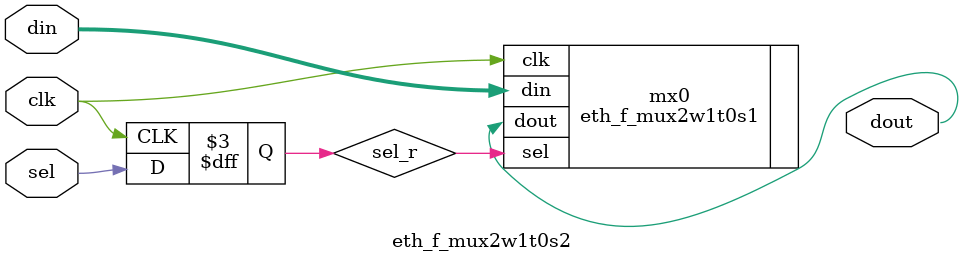
<source format=v>


`timescale 1ps/1ps


module eth_f_mux2w1t0s2 #(
    parameter SIM_EMULATE = 1'b0
) (
    input clk,
    input [1:0] din,
    input sel,
    output dout
);

reg [0:0] sel_r = 1'b0 /* synthesis preserve */;
always @(posedge clk) sel_r <= sel;

eth_f_mux2w1t0s1 mx0 (
    .clk(clk),
    .din(din),
    .sel(sel_r),
    .dout(dout)
);
defparam mx0 .SIM_EMULATE = SIM_EMULATE;

endmodule

`ifdef QUESTA_INTEL_OEM
`pragma questa_oem_00 "HEQcwkIk4AJUnyybgwol/5f4LNrpC62dnM4HE75Mb8kxROzHwkOVqUjjNakwyQUVn3rWDca7QqKGruQoj2QI6diWrHBuVPm2ePzJYe0opoRKRsrSLsozd6ihfZo7Y4AobDGlA0sx1RWdC2xxmhs6EhsIEYbW0OeABq8z3YlmhZOCNJP7S54htV6uHLAYjjaGmL7pkx5+dyKYUHnNRVlphInbKBlJ9OHWSVdDlWH+1Xaa7oq27W9+r5D/TIRKZTSTRhSNDLnTfXAAcvpcoD+sHifjmMKIxy4rNv4sJBpYtD2Dkh1UQcOxpeMQ1Qd5X26VzIEeoSckYkb5J/eEAURmAqe3JoqUTnC7yozI1/hyGo3Q7ODlfdmWEcXBPn51pTOJo8VLritLkl9beGM9paxHmR5KNd0VA80Fbns62ERoDd7L9dzVlNUTU7Meae/FtoDF3YHovVa0T0/5ZxVAw8rN28dBPiQqb1ZPWgJto3S7VdQjDpHbcKCDIjl1bnTSiru8KxicjpYgdm2SOLG70lFiaxar0MSukMrPK37Y46zzw3hNvqWII+TO59mDNab6NLGaaegqbO7uDxcur2Wf7xVD7taq/iwXxEJ9eteZA+aE7luq+2o4jq8auwkdN6PC9rqxgXIQYXNm0CzLZTv0POdznwKkqxsIYkGqb/uHvhprlG61OorYB8ruec/DrMoxTr2KOtepJdPXgLWX8tvJupAS/ZV6YK5za2ivLtGj/gBQ+XOZXKEWTHIxHemuqVWS9o7LqCxomWWsGHemrpoi2h92Pjh6iIaT9/ONggSoztb1Fl88DH9wVjHsZV9pVH994k08RLwPxZhsdynJhip6+wbLCKN2QbYb/envB50LoRBL2DXOfJzd1SP5HVMIzbfrIcZjj7wo4zNWk8SaYn15aU5eLgJzXUhxnAgZOfJ65hARbZc+hTMdoOUqCERkgT9ZH438Zv6EKsHc/S0aFO9TE+dBfqCGqC+VTh+9fLI6ClLtuPsLQMY9ch8jvIocmt2n4MJn"
`endif
</source>
